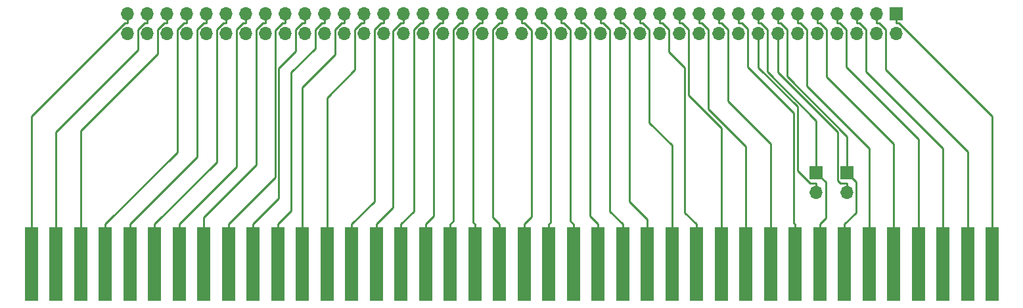
<source format=gbl>
%TF.GenerationSoftware,KiCad,Pcbnew,(6.0.9-0)*%
%TF.CreationDate,2023-01-05T16:32:08-08:00*%
%TF.ProjectId,mini-extender-m2,6d696e69-2d65-4787-9465-6e6465722d6d,rev?*%
%TF.SameCoordinates,Original*%
%TF.FileFunction,Copper,L2,Bot*%
%TF.FilePolarity,Positive*%
%FSLAX46Y46*%
G04 Gerber Fmt 4.6, Leading zero omitted, Abs format (unit mm)*
G04 Created by KiCad (PCBNEW (6.0.9-0)) date 2023-01-05 16:32:08*
%MOMM*%
%LPD*%
G01*
G04 APERTURE LIST*
%TA.AperFunction,ComponentPad*%
%ADD10R,1.700000X1.700000*%
%TD*%
%TA.AperFunction,ComponentPad*%
%ADD11O,1.700000X1.700000*%
%TD*%
%TA.AperFunction,SMDPad,CuDef*%
%ADD12R,1.778000X9.525000*%
%TD*%
%TA.AperFunction,Conductor*%
%ADD13C,0.250000*%
%TD*%
G04 APERTURE END LIST*
D10*
%TO.P,JP1,1,A*%
%TO.N,/N8*%
X191643000Y-86355000D03*
D11*
%TO.P,JP1,2,B*%
%TO.N,Net-(J0-Pad16)*%
X191643000Y-88895000D03*
%TD*%
D12*
%TO.P,P0,1,68INTRQ*%
%TO.N,/N1*%
X214312500Y-98107500D03*
%TO.P,P0,3,GND*%
%TO.N,/N2*%
X211137500Y-98107500D03*
%TO.P,P0,5,+12V*%
%TO.N,/N3*%
X207962500Y-98107500D03*
%TO.P,P0,7,GND*%
%TO.N,/N4*%
X204787500Y-98107500D03*
%TO.P,P0,9,+5V*%
%TO.N,/N5*%
X201612500Y-98107500D03*
%TO.P,P0,11,~{INTRQ}*%
%TO.N,/N6*%
X198437500Y-98107500D03*
%TO.P,P0,13,IEIN*%
%TO.N,/N7*%
X195262500Y-98107500D03*
%TO.P,P0,15,~{BAKIN}*%
%TO.N,/N8*%
X192087500Y-98107500D03*
%TO.P,P0,17,~{BUSRQ}*%
%TO.N,/N9*%
X188912500Y-98107500D03*
%TO.P,P0,19,~{RD}*%
%TO.N,/N10*%
X185737500Y-98107500D03*
%TO.P,P0,21,~{MEMCYC}*%
%TO.N,/N11*%
X182562500Y-98107500D03*
%TO.P,P0,23,~{A00}*%
%TO.N,/N12*%
X179387500Y-98107500D03*
%TO.P,P0,25,~{A02}*%
%TO.N,/N13*%
X176212500Y-98107500D03*
%TO.P,P0,27,~{A04}*%
%TO.N,/N14*%
X173037500Y-98107500D03*
%TO.P,P0,29,~{A06}*%
%TO.N,/N15*%
X169862500Y-98107500D03*
%TO.P,P0,31,~{A08}*%
%TO.N,/N16*%
X166687500Y-98107500D03*
%TO.P,P0,33,~{A10}*%
%TO.N,/N17*%
X163512500Y-98107500D03*
%TO.P,P0,35,~{A12}*%
%TO.N,/N18*%
X160337500Y-98107500D03*
%TO.P,P0,37,~{A14}*%
%TO.N,/N19*%
X157162500Y-98107500D03*
%TO.P,P0,39,RES*%
%TO.N,/N20*%
X153987500Y-98107500D03*
%TO.P,P0,41,XFERRQ*%
%TO.N,/N21*%
X150812500Y-98107500D03*
%TO.P,P0,43,~{SELECT}*%
%TO.N,/N22*%
X147637500Y-98107500D03*
%TO.P,P0,45,~{REFRSH}*%
%TO.N,/N23*%
X144462500Y-98107500D03*
%TO.P,P0,47,RTC*%
%TO.N,/N24*%
X141287500Y-98107500D03*
%TO.P,P0,49,GND*%
%TO.N,/N25*%
X138112500Y-98107500D03*
%TO.P,P0,51,~{DAT0}*%
%TO.N,/N26*%
X134937500Y-98107500D03*
%TO.P,P0,53,~{DAT2}*%
%TO.N,/N27*%
X131762500Y-98107500D03*
%TO.P,P0,55,~{DAT4}*%
%TO.N,/N28*%
X128587500Y-98107500D03*
%TO.P,P0,57,~{DAT6}*%
%TO.N,/N29*%
X125412500Y-98107500D03*
%TO.P,P0,59,~{DAT8}*%
%TO.N,/N30*%
X122237500Y-98107500D03*
%TO.P,P0,61,~{DAT10}*%
%TO.N,/N31*%
X119062500Y-98107500D03*
%TO.P,P0,63,~{DAT12}*%
%TO.N,/N32*%
X115887500Y-98107500D03*
%TO.P,P0,65,~{DAT14}*%
%TO.N,/N33*%
X112712500Y-98107500D03*
%TO.P,P0,67,~{RESET}*%
%TO.N,/N34*%
X109537500Y-98107500D03*
%TO.P,P0,69,GND*%
%TO.N,/N35*%
X106362500Y-98107500D03*
%TO.P,P0,71,+5V*%
%TO.N,/N36*%
X103187500Y-98107500D03*
%TO.P,P0,73,GND*%
%TO.N,/N37*%
X100012500Y-98107500D03*
%TO.P,P0,75,-12V*%
%TO.N,/N38*%
X96837500Y-98107500D03*
%TO.P,P0,77,+12V*%
%TO.N,/N39*%
X93662500Y-98107500D03*
%TO.P,P0,79,GND*%
%TO.N,/N40*%
X90487500Y-98107500D03*
%TD*%
D10*
%TO.P,J1,1,Pin_1*%
%TO.N,/N1*%
X201930000Y-65913000D03*
D11*
%TO.P,J1,2,Pin_2*%
%TO.N,Net-(J0-Pad2)*%
X201930000Y-68453000D03*
%TO.P,J1,3,Pin_3*%
%TO.N,/N2*%
X199390000Y-65913000D03*
%TO.P,J1,4,Pin_4*%
%TO.N,Net-(J0-Pad4)*%
X199390000Y-68453000D03*
%TO.P,J1,5,Pin_5*%
%TO.N,/N3*%
X196850000Y-65913000D03*
%TO.P,J1,6,Pin_6*%
%TO.N,Net-(J0-Pad6)*%
X196850000Y-68453000D03*
%TO.P,J1,7,Pin_7*%
%TO.N,/N4*%
X194310000Y-65913000D03*
%TO.P,J1,8,Pin_8*%
%TO.N,Net-(J0-Pad8)*%
X194310000Y-68453000D03*
%TO.P,J1,9,Pin_9*%
%TO.N,/N5*%
X191770000Y-65913000D03*
%TO.P,J1,10,Pin_10*%
%TO.N,Net-(J0-Pad10)*%
X191770000Y-68453000D03*
%TO.P,J1,11,Pin_11*%
%TO.N,/N6*%
X189230000Y-65913000D03*
%TO.P,J1,12,Pin_12*%
%TO.N,Net-(J0-Pad12)*%
X189230000Y-68453000D03*
%TO.P,J1,13,Pin_13*%
%TO.N,/N7*%
X186690000Y-65913000D03*
%TO.P,J1,14,Pin_14*%
%TO.N,Net-(J0-Pad14)*%
X186690000Y-68453000D03*
%TO.P,J1,15,Pin_15*%
%TO.N,/N8*%
X184150000Y-65913000D03*
%TO.P,J1,16,Pin_16*%
%TO.N,Net-(J0-Pad16)*%
X184150000Y-68453000D03*
%TO.P,J1,17,Pin_17*%
%TO.N,/N9*%
X181610000Y-65913000D03*
%TO.P,J1,18,Pin_18*%
%TO.N,Net-(J0-Pad18)*%
X181610000Y-68453000D03*
%TO.P,J1,19,Pin_19*%
%TO.N,/N10*%
X179070000Y-65913000D03*
%TO.P,J1,20,Pin_20*%
%TO.N,Net-(J0-Pad20)*%
X179070000Y-68453000D03*
%TO.P,J1,21,Pin_21*%
%TO.N,/N11*%
X176530000Y-65913000D03*
%TO.P,J1,22,Pin_22*%
%TO.N,Net-(J0-Pad22)*%
X176530000Y-68453000D03*
%TO.P,J1,23,Pin_23*%
%TO.N,/N12*%
X173990000Y-65913000D03*
%TO.P,J1,24,Pin_24*%
%TO.N,Net-(J0-Pad24)*%
X173990000Y-68453000D03*
%TO.P,J1,25,Pin_25*%
%TO.N,/N13*%
X171450000Y-65913000D03*
%TO.P,J1,26,Pin_26*%
%TO.N,Net-(J0-Pad26)*%
X171450000Y-68453000D03*
%TO.P,J1,27,Pin_27*%
%TO.N,/N14*%
X168910000Y-65913000D03*
%TO.P,J1,28,Pin_28*%
%TO.N,Net-(J0-Pad28)*%
X168910000Y-68453000D03*
%TO.P,J1,29,Pin_29*%
%TO.N,/N15*%
X166370000Y-65913000D03*
%TO.P,J1,30,Pin_30*%
%TO.N,Net-(J0-Pad30)*%
X166370000Y-68453000D03*
%TO.P,J1,31,Pin_31*%
%TO.N,/N16*%
X163830000Y-65913000D03*
%TO.P,J1,32,Pin_32*%
%TO.N,Net-(J0-Pad32)*%
X163830000Y-68453000D03*
%TO.P,J1,33,Pin_33*%
%TO.N,/N17*%
X161290000Y-65913000D03*
%TO.P,J1,34,Pin_34*%
%TO.N,Net-(J0-Pad34)*%
X161290000Y-68453000D03*
%TO.P,J1,35,Pin_35*%
%TO.N,/N18*%
X158750000Y-65913000D03*
%TO.P,J1,36,Pin_36*%
%TO.N,Net-(J0-Pad36)*%
X158750000Y-68453000D03*
%TO.P,J1,37,Pin_37*%
%TO.N,/N19*%
X156210000Y-65913000D03*
%TO.P,J1,38,Pin_38*%
%TO.N,Net-(J0-Pad38)*%
X156210000Y-68453000D03*
%TO.P,J1,39,Pin_39*%
%TO.N,/N20*%
X153670000Y-65913000D03*
%TO.P,J1,40,Pin_40*%
%TO.N,Net-(J0-Pad40)*%
X153670000Y-68453000D03*
%TO.P,J1,41,Pin_41*%
%TO.N,/N21*%
X151130000Y-65913000D03*
%TO.P,J1,42,Pin_42*%
%TO.N,Net-(J0-Pad42)*%
X151130000Y-68453000D03*
%TO.P,J1,43,Pin_43*%
%TO.N,/N22*%
X148590000Y-65913000D03*
%TO.P,J1,44,Pin_44*%
%TO.N,Net-(J0-Pad44)*%
X148590000Y-68453000D03*
%TO.P,J1,45,Pin_45*%
%TO.N,/N23*%
X146050000Y-65913000D03*
%TO.P,J1,46,Pin_46*%
%TO.N,Net-(J0-Pad46)*%
X146050000Y-68453000D03*
%TO.P,J1,47,Pin_47*%
%TO.N,/N24*%
X143510000Y-65913000D03*
%TO.P,J1,48,Pin_48*%
%TO.N,Net-(J0-Pad48)*%
X143510000Y-68453000D03*
%TO.P,J1,49,Pin_49*%
%TO.N,/N25*%
X140970000Y-65913000D03*
%TO.P,J1,50,Pin_50*%
%TO.N,Net-(J0-Pad50)*%
X140970000Y-68453000D03*
%TO.P,J1,51,Pin_51*%
%TO.N,/N26*%
X138430000Y-65913000D03*
%TO.P,J1,52,Pin_52*%
%TO.N,Net-(J0-Pad52)*%
X138430000Y-68453000D03*
%TO.P,J1,53,Pin_53*%
%TO.N,/N27*%
X135890000Y-65913000D03*
%TO.P,J1,54,Pin_54*%
%TO.N,Net-(J0-Pad54)*%
X135890000Y-68453000D03*
%TO.P,J1,55,Pin_55*%
%TO.N,/N28*%
X133350000Y-65913000D03*
%TO.P,J1,56,Pin_56*%
%TO.N,Net-(J0-Pad56)*%
X133350000Y-68453000D03*
%TO.P,J1,57,Pin_57*%
%TO.N,/N29*%
X130810000Y-65913000D03*
%TO.P,J1,58,Pin_58*%
%TO.N,Net-(J0-Pad58)*%
X130810000Y-68453000D03*
%TO.P,J1,59,Pin_59*%
%TO.N,/N30*%
X128270000Y-65913000D03*
%TO.P,J1,60,Pin_60*%
%TO.N,Net-(J0-Pad60)*%
X128270000Y-68453000D03*
%TO.P,J1,61,Pin_61*%
%TO.N,/N31*%
X125730000Y-65913000D03*
%TO.P,J1,62,Pin_62*%
%TO.N,Net-(J0-Pad62)*%
X125730000Y-68453000D03*
%TO.P,J1,63,Pin_63*%
%TO.N,/N32*%
X123190000Y-65913000D03*
%TO.P,J1,64,Pin_64*%
%TO.N,Net-(J0-Pad64)*%
X123190000Y-68453000D03*
%TO.P,J1,65,Pin_65*%
%TO.N,/N33*%
X120650000Y-65913000D03*
%TO.P,J1,66,Pin_66*%
%TO.N,Net-(J0-Pad66)*%
X120650000Y-68453000D03*
%TO.P,J1,67,Pin_67*%
%TO.N,/N34*%
X118110000Y-65913000D03*
%TO.P,J1,68,Pin_68*%
%TO.N,Net-(J0-Pad68)*%
X118110000Y-68453000D03*
%TO.P,J1,69,Pin_69*%
%TO.N,/N35*%
X115570000Y-65913000D03*
%TO.P,J1,70,Pin_70*%
%TO.N,Net-(J0-Pad70)*%
X115570000Y-68453000D03*
%TO.P,J1,71,Pin_71*%
%TO.N,/N36*%
X113030000Y-65913000D03*
%TO.P,J1,72,Pin_72*%
%TO.N,Net-(J0-Pad72)*%
X113030000Y-68453000D03*
%TO.P,J1,73,Pin_73*%
%TO.N,/N37*%
X110490000Y-65913000D03*
%TO.P,J1,74,Pin_74*%
%TO.N,Net-(J0-Pad74)*%
X110490000Y-68453000D03*
%TO.P,J1,75,Pin_75*%
%TO.N,/N38*%
X107950000Y-65913000D03*
%TO.P,J1,76,Pin_76*%
%TO.N,Net-(J0-Pad76)*%
X107950000Y-68453000D03*
%TO.P,J1,77,Pin_77*%
%TO.N,/N39*%
X105410000Y-65913000D03*
%TO.P,J1,78,Pin_78*%
%TO.N,Net-(J0-Pad78)*%
X105410000Y-68453000D03*
%TO.P,J1,79,Pin_79*%
%TO.N,/N40*%
X102870000Y-65913000D03*
%TO.P,J1,80,Pin_80*%
%TO.N,Net-(J0-Pad80)*%
X102870000Y-68453000D03*
%TD*%
D10*
%TO.P,JP2,1,A*%
%TO.N,/N7*%
X195580000Y-86355000D03*
D11*
%TO.P,JP2,2,B*%
%TO.N,Net-(J0-Pad14)*%
X195580000Y-88895000D03*
%TD*%
D13*
%TO.N,Net-(J0-Pad14)*%
X186690000Y-69628300D02*
X186690000Y-73427900D01*
X186690000Y-73427900D02*
X194404700Y-81142600D01*
X186690000Y-68453000D02*
X186690000Y-69628300D01*
X194404700Y-87352500D02*
X194771900Y-87719700D01*
X194771900Y-87719700D02*
X195580000Y-87719700D01*
X195580000Y-88895000D02*
X195580000Y-87719700D01*
X194404700Y-81142600D02*
X194404700Y-87352500D01*
%TO.N,Net-(J0-Pad16)*%
X191643000Y-88895000D02*
X191643000Y-87719700D01*
X190834900Y-87719700D02*
X189215800Y-86100600D01*
X184150000Y-72798800D02*
X184150000Y-68453000D01*
X189215800Y-86100600D02*
X189215800Y-77864600D01*
X189215800Y-77864600D02*
X184150000Y-72798800D01*
X191643000Y-87719700D02*
X190834900Y-87719700D01*
%TO.N,/N1*%
X214312500Y-98107500D02*
X214312500Y-79103500D01*
X201930000Y-65913000D02*
X201930000Y-67088300D01*
X202297300Y-67088300D02*
X201930000Y-67088300D01*
X214312500Y-79103500D02*
X202297300Y-67088300D01*
%TO.N,/N2*%
X200565300Y-67896200D02*
X200565300Y-73068300D01*
X199390000Y-67088300D02*
X199757400Y-67088300D01*
X211137500Y-83640500D02*
X211137500Y-98107500D01*
X200565300Y-73068300D02*
X211137500Y-83640500D01*
X199757400Y-67088300D02*
X200565300Y-67896200D01*
X199390000Y-65913000D02*
X199390000Y-67088300D01*
%TO.N,/N3*%
X198025300Y-67896200D02*
X198025300Y-73315500D01*
X196850000Y-67088300D02*
X197217400Y-67088300D01*
X198025300Y-73315500D02*
X207962500Y-83252700D01*
X196850000Y-65913000D02*
X196850000Y-67088300D01*
X207962500Y-83252700D02*
X207962500Y-98107500D01*
X197217400Y-67088300D02*
X198025300Y-67896200D01*
%TO.N,/N5*%
X191770000Y-67088300D02*
X192137400Y-67088300D01*
X192137400Y-67088300D02*
X192945300Y-67896200D01*
X201612500Y-82684600D02*
X201612500Y-98107500D01*
X192945300Y-74017400D02*
X201612500Y-82684600D01*
X192945300Y-67896200D02*
X192945300Y-74017400D01*
X191770000Y-65913000D02*
X191770000Y-67088300D01*
%TO.N,/N8*%
X185325300Y-73337100D02*
X191643000Y-79654800D01*
X185325300Y-67896200D02*
X185325300Y-73337100D01*
X184517400Y-67088300D02*
X185325300Y-67896200D01*
X191643000Y-79654800D02*
X191643000Y-86355000D01*
X192849500Y-92257700D02*
X192087500Y-93019700D01*
X192849500Y-87561500D02*
X192849500Y-92257700D01*
X184150000Y-67088300D02*
X184517400Y-67088300D01*
X192087500Y-98107500D02*
X192087500Y-93019700D01*
X184150000Y-65913000D02*
X184150000Y-67088300D01*
X191643000Y-86355000D02*
X192849500Y-87561500D01*
%TO.N,/N7*%
X186690000Y-65913000D02*
X186690000Y-67088300D01*
X196774000Y-91508200D02*
X196774000Y-87549000D01*
X195262500Y-93019700D02*
X196774000Y-91508200D01*
X196774000Y-87549000D02*
X195580000Y-86355000D01*
X195580000Y-86355000D02*
X195580000Y-81681000D01*
X195580000Y-81681000D02*
X187865300Y-73966300D01*
X187865300Y-73966300D02*
X187865300Y-67896200D01*
X187865300Y-67896200D02*
X187057400Y-67088300D01*
X187057400Y-67088300D02*
X186690000Y-67088300D01*
X195262500Y-98107500D02*
X195262500Y-93019700D01*
%TO.N,/N6*%
X189597400Y-67088300D02*
X189230000Y-67088300D01*
X198437500Y-83264700D02*
X190405300Y-75232500D01*
X198437500Y-98107500D02*
X198437500Y-83264700D01*
X190405300Y-75232500D02*
X190405300Y-67896200D01*
X189230000Y-65913000D02*
X189230000Y-67088300D01*
X190405300Y-67896200D02*
X189597400Y-67088300D01*
%TO.N,/N10*%
X180245300Y-77151800D02*
X180245300Y-67896200D01*
X185737500Y-82644000D02*
X180245300Y-77151800D01*
X180245300Y-67896200D02*
X179437400Y-67088300D01*
X179070000Y-65913000D02*
X179070000Y-67088300D01*
X179437400Y-67088300D02*
X179070000Y-67088300D01*
X185737500Y-98107500D02*
X185737500Y-82644000D01*
%TO.N,/N9*%
X182785300Y-67850300D02*
X182023300Y-67088300D01*
X181610000Y-67088300D02*
X181610000Y-65913000D01*
X182785300Y-72708000D02*
X182785300Y-67850300D01*
X188912500Y-93019700D02*
X188765400Y-92872600D01*
X188912500Y-98107500D02*
X188912500Y-93019700D01*
X188765400Y-78688100D02*
X182785300Y-72708000D01*
X182023300Y-67088300D02*
X181610000Y-67088300D01*
X188765400Y-92872600D02*
X188765400Y-78688100D01*
%TO.N,/N11*%
X176530000Y-65913000D02*
X176530000Y-67088300D01*
X176897400Y-67088300D02*
X177705300Y-67896200D01*
X177705300Y-78147900D02*
X182562500Y-83005100D01*
X176530000Y-67088300D02*
X176897400Y-67088300D01*
X182562500Y-83005100D02*
X182562500Y-98107500D01*
X177705300Y-67896200D02*
X177705300Y-78147900D01*
%TO.N,/N12*%
X173990000Y-65913000D02*
X173990000Y-67088300D01*
X179387500Y-98107500D02*
X179387500Y-80621300D01*
X175165300Y-67896200D02*
X174357400Y-67088300D01*
X175165300Y-76399100D02*
X175165300Y-67896200D01*
X179387500Y-80621300D02*
X175165300Y-76399100D01*
X174357400Y-67088300D02*
X173990000Y-67088300D01*
%TO.N,/N15*%
X166370000Y-65913000D02*
X166370000Y-67088300D01*
X169862500Y-92382800D02*
X167545300Y-90065600D01*
X166737400Y-67088300D02*
X166370000Y-67088300D01*
X167545300Y-90065600D02*
X167545300Y-67896200D01*
X169862500Y-98107500D02*
X169862500Y-93019700D01*
X167545300Y-67896200D02*
X166737400Y-67088300D01*
X169862500Y-93019700D02*
X169862500Y-92382800D01*
%TO.N,/N13*%
X174714900Y-72863400D02*
X172625300Y-70773800D01*
X171817400Y-67088300D02*
X171450000Y-67088300D01*
X176212500Y-98107500D02*
X176212500Y-93019700D01*
X172625300Y-70773800D02*
X172625300Y-67896200D01*
X171450000Y-65913000D02*
X171450000Y-67088300D01*
X172625300Y-67896200D02*
X171817400Y-67088300D01*
X174714900Y-91522100D02*
X174714900Y-72863400D01*
X176212500Y-93019700D02*
X174714900Y-91522100D01*
%TO.N,/N14*%
X168910000Y-65913000D02*
X168910000Y-67088300D01*
X169277400Y-67088300D02*
X168910000Y-67088300D01*
X173037500Y-82851300D02*
X170085300Y-79899100D01*
X173037500Y-98107500D02*
X173037500Y-82851300D01*
X170085300Y-67896200D02*
X169277400Y-67088300D01*
X170085300Y-79899100D02*
X170085300Y-67896200D01*
%TO.N,/N16*%
X164197400Y-67088300D02*
X163830000Y-67088300D01*
X163830000Y-65913000D02*
X163830000Y-67088300D01*
X166687500Y-98107500D02*
X166687500Y-93019700D01*
X165005300Y-67896200D02*
X164197400Y-67088300D01*
X165005300Y-91337500D02*
X165005300Y-67896200D01*
X166687500Y-93019700D02*
X165005300Y-91337500D01*
%TO.N,/N17*%
X161290000Y-65913000D02*
X161290000Y-67088300D01*
X161657400Y-67088300D02*
X161290000Y-67088300D01*
X162465300Y-67896200D02*
X161657400Y-67088300D01*
X162465300Y-91972500D02*
X162465300Y-67896200D01*
X163512500Y-93019700D02*
X162465300Y-91972500D01*
X163512500Y-98107500D02*
X163512500Y-93019700D01*
%TO.N,/N20*%
X153987500Y-93019700D02*
X154940000Y-92067200D01*
X154035300Y-67088300D02*
X153670000Y-67088300D01*
X154940000Y-67993000D02*
X154035300Y-67088300D01*
X153987500Y-98107500D02*
X153987500Y-93019700D01*
X154940000Y-92067200D02*
X154940000Y-67993000D01*
X153670000Y-67088300D02*
X153670000Y-65913000D01*
%TO.N,/N18*%
X159925300Y-92607500D02*
X159925300Y-67896200D01*
X159925300Y-67896200D02*
X159117400Y-67088300D01*
X160337500Y-98107500D02*
X160337500Y-93019700D01*
X160337500Y-93019700D02*
X159925300Y-92607500D01*
X159117400Y-67088300D02*
X158750000Y-67088300D01*
X158750000Y-65913000D02*
X158750000Y-67088300D01*
%TO.N,/N19*%
X157162500Y-93019700D02*
X157385300Y-92796900D01*
X156210000Y-65913000D02*
X156210000Y-67088300D01*
X157385300Y-92796900D02*
X157385300Y-67896200D01*
X157385300Y-67896200D02*
X156577400Y-67088300D01*
X157162500Y-98107500D02*
X157162500Y-93019700D01*
X156577400Y-67088300D02*
X156210000Y-67088300D01*
%TO.N,/N23*%
X144874700Y-67896200D02*
X145682600Y-67088300D01*
X144462500Y-93019700D02*
X144874700Y-92607500D01*
X144874700Y-92607500D02*
X144874700Y-67896200D01*
X146050000Y-65913000D02*
X146050000Y-67088300D01*
X145682600Y-67088300D02*
X146050000Y-67088300D01*
X144462500Y-98107500D02*
X144462500Y-93019700D01*
%TO.N,/N22*%
X148222600Y-67088300D02*
X148590000Y-67088300D01*
X147414700Y-67896200D02*
X148222600Y-67088300D01*
X147637500Y-93019700D02*
X147414700Y-92796900D01*
X147414700Y-92796900D02*
X147414700Y-67896200D01*
X148590000Y-65913000D02*
X148590000Y-67088300D01*
X147637500Y-98107500D02*
X147637500Y-93019700D01*
%TO.N,/N21*%
X150812500Y-98107500D02*
X150812500Y-93019700D01*
X150762600Y-67088300D02*
X151130000Y-67088300D01*
X149954700Y-67896200D02*
X150762600Y-67088300D01*
X150812500Y-93019700D02*
X149954700Y-92161900D01*
X151130000Y-65913000D02*
X151130000Y-67088300D01*
X149954700Y-92161900D02*
X149954700Y-67896200D01*
%TO.N,/N31*%
X119062500Y-98107500D02*
X119062500Y-93019700D01*
X122370400Y-89711800D02*
X122370400Y-72910900D01*
X124554700Y-70726600D02*
X124554700Y-67896200D01*
X125362600Y-67088300D02*
X125730000Y-67088300D01*
X125730000Y-65913000D02*
X125730000Y-67088300D01*
X124554700Y-67896200D02*
X125362600Y-67088300D01*
X122370400Y-72910900D02*
X124554700Y-70726600D01*
X119062500Y-93019700D02*
X122370400Y-89711800D01*
%TO.N,/N32*%
X121920000Y-67991000D02*
X121920000Y-86987200D01*
X122822700Y-67088300D02*
X121920000Y-67991000D01*
X123190000Y-65913000D02*
X123190000Y-67088300D01*
X123190000Y-67088300D02*
X122822700Y-67088300D01*
X115887500Y-98107500D02*
X115887500Y-93019700D01*
X121920000Y-86987200D02*
X115887500Y-93019700D01*
%TO.N,/N33*%
X119474700Y-85357000D02*
X112712500Y-92119200D01*
X119474700Y-67896200D02*
X119474700Y-85357000D01*
X120650000Y-67088300D02*
X120282600Y-67088300D01*
X112712500Y-92119200D02*
X112712500Y-98107500D01*
X120282600Y-67088300D02*
X119474700Y-67896200D01*
X120650000Y-65913000D02*
X120650000Y-67088300D01*
%TO.N,/N34*%
X109537500Y-93019700D02*
X116934700Y-85622500D01*
X109537500Y-98107500D02*
X109537500Y-93019700D01*
X118110000Y-65913000D02*
X118110000Y-67088300D01*
X117742600Y-67088300D02*
X118110000Y-67088300D01*
X116934700Y-67896200D02*
X117742600Y-67088300D01*
X116934700Y-85622500D02*
X116934700Y-67896200D01*
%TO.N,/N26*%
X134937500Y-98107500D02*
X134937500Y-93019700D01*
X138430000Y-65913000D02*
X138430000Y-67088300D01*
X137065900Y-68085100D02*
X138062700Y-67088300D01*
X138062700Y-67088300D02*
X138430000Y-67088300D01*
X134937500Y-93019700D02*
X137065900Y-90891300D01*
X137065900Y-90891300D02*
X137065900Y-68085100D01*
%TO.N,/N24*%
X142334700Y-91972500D02*
X142334700Y-67896200D01*
X141287500Y-93019700D02*
X142334700Y-91972500D01*
X143142600Y-67088300D02*
X143510000Y-67088300D01*
X142334700Y-67896200D02*
X143142600Y-67088300D01*
X143510000Y-65913000D02*
X143510000Y-67088300D01*
X141287500Y-98107500D02*
X141287500Y-93019700D01*
%TO.N,/N36*%
X111854700Y-84352400D02*
X111854700Y-67896200D01*
X111854700Y-67896200D02*
X112662600Y-67088300D01*
X103187500Y-98107500D02*
X103187500Y-93019600D01*
X103187500Y-93019600D02*
X111854700Y-84352400D01*
X113030000Y-65913000D02*
X113030000Y-67088300D01*
X112662600Y-67088300D02*
X113030000Y-67088300D01*
%TO.N,/N38*%
X107950000Y-65913000D02*
X107950000Y-67088300D01*
X96837500Y-80996900D02*
X106774700Y-71059700D01*
X107582600Y-67088300D02*
X107950000Y-67088300D01*
X106774700Y-67896200D02*
X107582600Y-67088300D01*
X96837500Y-98107500D02*
X96837500Y-80996900D01*
X106774700Y-71059700D02*
X106774700Y-67896200D01*
%TO.N,/N39*%
X104234700Y-70578800D02*
X104234700Y-67896200D01*
X93662500Y-81151000D02*
X104234700Y-70578800D01*
X93662500Y-98107500D02*
X93662500Y-81151000D01*
X105042600Y-67088300D02*
X105410000Y-67088300D01*
X105410000Y-65913000D02*
X105410000Y-67088300D01*
X104234700Y-67896200D02*
X105042600Y-67088300D01*
%TO.N,/N27*%
X131762500Y-93019700D02*
X134714700Y-90067500D01*
X135522600Y-67088300D02*
X135890000Y-67088300D01*
X131762500Y-98107500D02*
X131762500Y-93019700D01*
X134714700Y-67896200D02*
X135522600Y-67088300D01*
X134714700Y-90067500D02*
X134714700Y-67896200D01*
X135890000Y-65913000D02*
X135890000Y-67088300D01*
%TO.N,/N30*%
X127094700Y-70348900D02*
X127094700Y-67896200D01*
X122237500Y-98107500D02*
X122237500Y-93019700D01*
X122237500Y-93019700D02*
X123986100Y-91271100D01*
X127902600Y-67088300D02*
X128270000Y-67088300D01*
X123986100Y-73457500D02*
X127094700Y-70348900D01*
X127094700Y-67896200D02*
X127902600Y-67088300D01*
X128270000Y-65913000D02*
X128270000Y-67088300D01*
X123986100Y-91271100D02*
X123986100Y-73457500D01*
%TO.N,/N28*%
X128587500Y-98107500D02*
X128587500Y-76682700D01*
X132174700Y-67896200D02*
X132982600Y-67088300D01*
X132174700Y-73095500D02*
X132174700Y-67896200D01*
X132982600Y-67088300D02*
X133350000Y-67088300D01*
X133350000Y-65913000D02*
X133350000Y-67088300D01*
X128587500Y-76682700D02*
X132174700Y-73095500D01*
%TO.N,/N29*%
X129634700Y-67896200D02*
X130442600Y-67088300D01*
X130442600Y-67088300D02*
X130810000Y-67088300D01*
X125412500Y-98107500D02*
X125412500Y-75358700D01*
X125412500Y-75358700D02*
X129634700Y-71136500D01*
X130810000Y-65913000D02*
X130810000Y-67088300D01*
X129634700Y-71136500D02*
X129634700Y-67896200D01*
%TO.N,/N4*%
X195485300Y-67896200D02*
X195485300Y-72766700D01*
X194677400Y-67088300D02*
X195485300Y-67896200D01*
X194310000Y-65913000D02*
X194310000Y-67088300D01*
X204787500Y-82068900D02*
X204787500Y-98107500D01*
X195485300Y-72766700D02*
X204787500Y-82068900D01*
X194310000Y-67088300D02*
X194677400Y-67088300D01*
%TO.N,/N25*%
X138112500Y-93019700D02*
X139794700Y-91337500D01*
X139794700Y-67896200D02*
X140602600Y-67088300D01*
X138112500Y-98107500D02*
X138112500Y-93019700D01*
X139794700Y-91337500D02*
X139794700Y-67896200D01*
X140602600Y-67088300D02*
X140970000Y-67088300D01*
X140970000Y-65913000D02*
X140970000Y-67088300D01*
%TO.N,/N35*%
X114394700Y-67896200D02*
X114394700Y-84987500D01*
X115202600Y-67088300D02*
X114394700Y-67896200D01*
X114394700Y-84987500D02*
X106362500Y-93019700D01*
X115570000Y-65913000D02*
X115570000Y-67088300D01*
X115570000Y-67088300D02*
X115202600Y-67088300D01*
X106362500Y-98107500D02*
X106362500Y-93019700D01*
%TO.N,/N37*%
X100012500Y-98107500D02*
X100012500Y-93019700D01*
X109314700Y-67896200D02*
X109314700Y-83717500D01*
X110490000Y-65913000D02*
X110490000Y-67088300D01*
X109314700Y-83717500D02*
X100012500Y-93019700D01*
X110122600Y-67088300D02*
X109314700Y-67896200D01*
X110490000Y-67088300D02*
X110122600Y-67088300D01*
%TO.N,/N40*%
X90487500Y-98107500D02*
X90487500Y-79103500D01*
X90487500Y-79103500D02*
X102502700Y-67088300D01*
X102502700Y-67088300D02*
X102870000Y-67088300D01*
X102870000Y-65913000D02*
X102870000Y-67088300D01*
%TD*%
M02*

</source>
